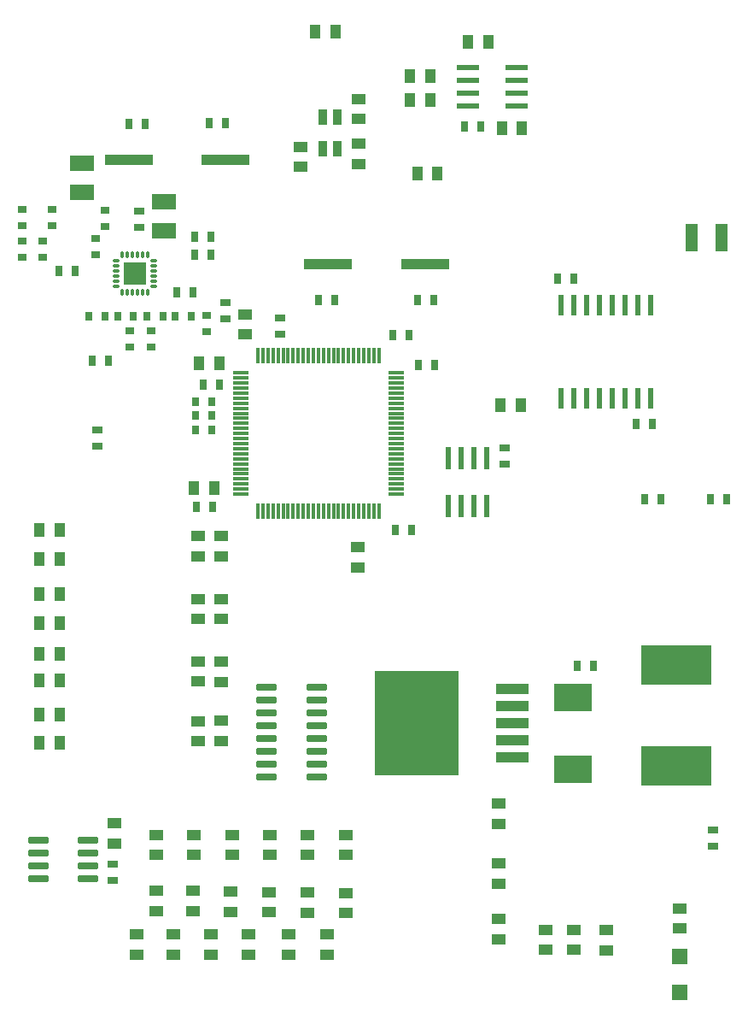
<source format=gtp>
G04*
G04 #@! TF.GenerationSoftware,Altium Limited,Altium Designer,20.0.13 (296)*
G04*
G04 Layer_Color=8421504*
%FSLAX44Y44*%
%MOMM*%
G71*
G01*
G75*
%ADD20R,4.8000X1.1000*%
%ADD21R,0.8000X1.0000*%
%ADD22R,1.4000X1.0000*%
G04:AMPARAMS|DCode=23|XSize=1.97mm|YSize=0.6mm|CornerRadius=0.075mm|HoleSize=0mm|Usage=FLASHONLY|Rotation=0.000|XOffset=0mm|YOffset=0mm|HoleType=Round|Shape=RoundedRectangle|*
%AMROUNDEDRECTD23*
21,1,1.9700,0.4500,0,0,0.0*
21,1,1.8200,0.6000,0,0,0.0*
1,1,0.1500,0.9100,-0.2250*
1,1,0.1500,-0.9100,-0.2250*
1,1,0.1500,-0.9100,0.2250*
1,1,0.1500,0.9100,0.2250*
%
%ADD23ROUNDEDRECTD23*%
%ADD24R,1.0000X0.8000*%
%ADD25R,1.0000X1.4000*%
%ADD26R,2.2000X0.6000*%
%ADD27R,0.7000X0.9000*%
%ADD28R,0.9000X0.7000*%
%ADD29R,2.4000X1.5000*%
G04:AMPARAMS|DCode=30|XSize=0.28mm|YSize=0.69mm|CornerRadius=0.07mm|HoleSize=0mm|Usage=FLASHONLY|Rotation=180.000|XOffset=0mm|YOffset=0mm|HoleType=Round|Shape=RoundedRectangle|*
%AMROUNDEDRECTD30*
21,1,0.2800,0.5500,0,0,180.0*
21,1,0.1400,0.6900,0,0,180.0*
1,1,0.1400,-0.0700,0.2750*
1,1,0.1400,0.0700,0.2750*
1,1,0.1400,0.0700,-0.2750*
1,1,0.1400,-0.0700,-0.2750*
%
%ADD30ROUNDEDRECTD30*%
G04:AMPARAMS|DCode=31|XSize=0.28mm|YSize=0.69mm|CornerRadius=0.07mm|HoleSize=0mm|Usage=FLASHONLY|Rotation=270.000|XOffset=0mm|YOffset=0mm|HoleType=Round|Shape=RoundedRectangle|*
%AMROUNDEDRECTD31*
21,1,0.2800,0.5500,0,0,270.0*
21,1,0.1400,0.6900,0,0,270.0*
1,1,0.1400,-0.2750,-0.0700*
1,1,0.1400,-0.2750,0.0700*
1,1,0.1400,0.2750,0.0700*
1,1,0.1400,0.2750,-0.0700*
%
%ADD31ROUNDEDRECTD31*%
%ADD32R,2.2860X2.2860*%
%ADD33R,0.6000X2.2000*%
%ADD34R,0.9000X1.5000*%
%ADD35R,1.1500X2.7000*%
%ADD36R,3.2000X1.0500*%
%ADD37R,8.3000X10.4500*%
%ADD38R,3.8100X2.7940*%
%ADD39R,7.0000X4.0000*%
%ADD40R,1.5000X1.5000*%
%ADD41R,0.6000X2.0600*%
G04:AMPARAMS|DCode=42|XSize=1.56mm|YSize=0.28mm|CornerRadius=0.035mm|HoleSize=0mm|Usage=FLASHONLY|Rotation=270.000|XOffset=0mm|YOffset=0mm|HoleType=Round|Shape=RoundedRectangle|*
%AMROUNDEDRECTD42*
21,1,1.5600,0.2100,0,0,270.0*
21,1,1.4900,0.2800,0,0,270.0*
1,1,0.0700,-0.1050,-0.7450*
1,1,0.0700,-0.1050,0.7450*
1,1,0.0700,0.1050,0.7450*
1,1,0.0700,0.1050,-0.7450*
%
%ADD42ROUNDEDRECTD42*%
G04:AMPARAMS|DCode=43|XSize=1.56mm|YSize=0.28mm|CornerRadius=0.035mm|HoleSize=0mm|Usage=FLASHONLY|Rotation=0.000|XOffset=0mm|YOffset=0mm|HoleType=Round|Shape=RoundedRectangle|*
%AMROUNDEDRECTD43*
21,1,1.5600,0.2100,0,0,0.0*
21,1,1.4900,0.2800,0,0,0.0*
1,1,0.0700,0.7450,-0.1050*
1,1,0.0700,-0.7450,-0.1050*
1,1,0.0700,-0.7450,0.1050*
1,1,0.0700,0.7450,0.1050*
%
%ADD43ROUNDEDRECTD43*%
D20*
X518750Y810750D02*
D03*
X422750D02*
D03*
X225000Y913500D02*
D03*
X321000D02*
D03*
D21*
X188500Y715000D02*
D03*
X204500D02*
D03*
X292000Y569750D02*
D03*
X308000D02*
D03*
X320500Y950000D02*
D03*
X304500D02*
D03*
X225000Y949750D02*
D03*
X241000D02*
D03*
X817750Y577988D02*
D03*
X801750D02*
D03*
X669500Y413000D02*
D03*
X685500D02*
D03*
X736750Y578000D02*
D03*
X752750D02*
D03*
X728250Y652250D02*
D03*
X744250D02*
D03*
X574000Y947000D02*
D03*
X558000D02*
D03*
X666500Y795750D02*
D03*
X650500D02*
D03*
X290250Y820000D02*
D03*
X306250D02*
D03*
X290500Y837750D02*
D03*
X306500D02*
D03*
X273000Y783000D02*
D03*
X289000D02*
D03*
X503000Y740250D02*
D03*
X487000D02*
D03*
X512000Y711000D02*
D03*
X528000D02*
D03*
X489250Y547250D02*
D03*
X505250D02*
D03*
X314500Y691250D02*
D03*
X298500D02*
D03*
X511750Y774750D02*
D03*
X527750D02*
D03*
X429500D02*
D03*
X413500D02*
D03*
X155750Y803750D02*
D03*
X171750D02*
D03*
D22*
X340500Y741000D02*
D03*
Y761000D02*
D03*
X422000Y126500D02*
D03*
Y146500D02*
D03*
X383250Y126500D02*
D03*
Y146500D02*
D03*
X440500Y167750D02*
D03*
Y187750D02*
D03*
X402250Y168250D02*
D03*
Y188250D02*
D03*
X343500Y126500D02*
D03*
Y146500D02*
D03*
X363750Y168500D02*
D03*
Y188500D02*
D03*
X306250Y126500D02*
D03*
Y146500D02*
D03*
X325750Y168750D02*
D03*
Y188750D02*
D03*
X269250Y126500D02*
D03*
Y146500D02*
D03*
X252000Y170000D02*
D03*
Y190000D02*
D03*
X288750Y170000D02*
D03*
Y190000D02*
D03*
X233000Y126500D02*
D03*
Y146500D02*
D03*
X592000Y142000D02*
D03*
Y162000D02*
D03*
Y197000D02*
D03*
Y217000D02*
D03*
X211000Y236750D02*
D03*
Y256750D02*
D03*
X440000Y245250D02*
D03*
Y225250D02*
D03*
X402450Y245250D02*
D03*
Y225250D02*
D03*
X364900Y245250D02*
D03*
Y225250D02*
D03*
X327350Y245250D02*
D03*
Y225250D02*
D03*
X289800Y245250D02*
D03*
Y225250D02*
D03*
X252250Y245250D02*
D03*
Y225250D02*
D03*
X638000Y151250D02*
D03*
Y131250D02*
D03*
X666500Y151250D02*
D03*
Y131250D02*
D03*
X698500Y151000D02*
D03*
Y131000D02*
D03*
X592000Y276000D02*
D03*
Y256000D02*
D03*
X293750Y541000D02*
D03*
Y521000D02*
D03*
X316750Y521250D02*
D03*
Y541250D02*
D03*
X293750Y478750D02*
D03*
Y458750D02*
D03*
X316750Y458750D02*
D03*
Y478750D02*
D03*
X293750Y417000D02*
D03*
Y397000D02*
D03*
X316750Y396750D02*
D03*
Y416750D02*
D03*
X293750Y357750D02*
D03*
Y337750D02*
D03*
X316750Y338000D02*
D03*
Y358000D02*
D03*
X451750Y510000D02*
D03*
Y530000D02*
D03*
X771500Y152250D02*
D03*
Y172250D02*
D03*
X395750Y926750D02*
D03*
Y906750D02*
D03*
X453250Y929750D02*
D03*
Y909750D02*
D03*
Y954250D02*
D03*
Y974250D02*
D03*
D23*
X135250Y240050D02*
D03*
Y227350D02*
D03*
Y214650D02*
D03*
Y201950D02*
D03*
X184750D02*
D03*
Y214650D02*
D03*
Y227350D02*
D03*
Y240050D02*
D03*
X411250Y391200D02*
D03*
Y378500D02*
D03*
Y365800D02*
D03*
Y353100D02*
D03*
Y340400D02*
D03*
Y327700D02*
D03*
Y315000D02*
D03*
Y302300D02*
D03*
X361750D02*
D03*
Y315000D02*
D03*
Y327700D02*
D03*
Y340400D02*
D03*
Y353100D02*
D03*
Y365800D02*
D03*
Y378500D02*
D03*
Y391200D02*
D03*
D24*
X209000Y199750D02*
D03*
Y215750D02*
D03*
X320500Y772250D02*
D03*
Y756250D02*
D03*
X804000Y234000D02*
D03*
Y250000D02*
D03*
X193500Y646000D02*
D03*
Y630000D02*
D03*
X597500Y628250D02*
D03*
Y612250D02*
D03*
X375000Y741250D02*
D03*
Y757250D02*
D03*
X235750Y863250D02*
D03*
Y847250D02*
D03*
D25*
X136250Y364500D02*
D03*
X156250D02*
D03*
X136250Y424250D02*
D03*
X156250D02*
D03*
X156250Y455250D02*
D03*
X136250D02*
D03*
X136250Y483500D02*
D03*
X156250D02*
D03*
X156250Y518500D02*
D03*
X136250D02*
D03*
X136250Y547500D02*
D03*
X156250D02*
D03*
X531000Y900500D02*
D03*
X511000D02*
D03*
X136250Y398000D02*
D03*
X156250D02*
D03*
X136250Y336500D02*
D03*
X156250D02*
D03*
X595000Y945000D02*
D03*
X615000D02*
D03*
X294750Y712000D02*
D03*
X314750D02*
D03*
X309750Y589000D02*
D03*
X289750D02*
D03*
X504000Y996500D02*
D03*
X524000D02*
D03*
X504000Y973000D02*
D03*
X524000D02*
D03*
X430000Y1041000D02*
D03*
X410000D02*
D03*
X561250Y1030500D02*
D03*
X581250D02*
D03*
X613500Y671000D02*
D03*
X593500D02*
D03*
D26*
X609500Y967200D02*
D03*
Y979900D02*
D03*
Y992600D02*
D03*
Y1005300D02*
D03*
X561500Y967200D02*
D03*
Y979900D02*
D03*
Y992600D02*
D03*
Y1005300D02*
D03*
D27*
X307000Y674250D02*
D03*
X291000D02*
D03*
X307000Y646000D02*
D03*
X291000D02*
D03*
X307000Y660250D02*
D03*
X291000D02*
D03*
X229750Y758750D02*
D03*
X213750D02*
D03*
X185500D02*
D03*
X201500D02*
D03*
X287250D02*
D03*
X271250D02*
D03*
X243000D02*
D03*
X259000D02*
D03*
D28*
X201750Y864000D02*
D03*
Y848000D02*
D03*
X302250Y760000D02*
D03*
Y744000D02*
D03*
X192500Y836000D02*
D03*
Y820000D02*
D03*
X149000Y864750D02*
D03*
Y848750D02*
D03*
X139250Y833000D02*
D03*
Y817000D02*
D03*
X119750Y848750D02*
D03*
Y864750D02*
D03*
X119500Y817000D02*
D03*
Y833000D02*
D03*
X247250Y728250D02*
D03*
Y744250D02*
D03*
X225750Y728250D02*
D03*
Y744250D02*
D03*
D29*
X178500Y910250D02*
D03*
Y881250D02*
D03*
X260000Y872500D02*
D03*
Y843500D02*
D03*
D30*
X218500Y782300D02*
D03*
X223500D02*
D03*
X243500D02*
D03*
X238500D02*
D03*
X228500D02*
D03*
X233500D02*
D03*
Y820200D02*
D03*
X228500D02*
D03*
X238500D02*
D03*
X243500D02*
D03*
X223500D02*
D03*
X218500D02*
D03*
D31*
X212050Y788750D02*
D03*
Y793750D02*
D03*
Y813750D02*
D03*
Y808750D02*
D03*
Y798750D02*
D03*
Y803750D02*
D03*
X249950Y788750D02*
D03*
Y793750D02*
D03*
Y813750D02*
D03*
Y808750D02*
D03*
Y798750D02*
D03*
Y803750D02*
D03*
D32*
X231000Y801250D02*
D03*
D33*
X541700Y570750D02*
D03*
X554400D02*
D03*
X567100D02*
D03*
X579800D02*
D03*
X541700Y618750D02*
D03*
X554400D02*
D03*
X567100D02*
D03*
X579800D02*
D03*
D34*
X417750Y925000D02*
D03*
X431750D02*
D03*
Y956000D02*
D03*
X417750D02*
D03*
D35*
X783000Y836500D02*
D03*
X813000D02*
D03*
D36*
X605250Y322000D02*
D03*
Y339000D02*
D03*
Y356000D02*
D03*
Y373000D02*
D03*
Y390000D02*
D03*
D37*
X510750Y356000D02*
D03*
D38*
X665750Y309815D02*
D03*
Y381185D02*
D03*
D39*
X767500Y413250D02*
D03*
Y313250D02*
D03*
D40*
X771500Y124500D02*
D03*
Y89500D02*
D03*
D41*
X653800Y770150D02*
D03*
X666500D02*
D03*
X679200D02*
D03*
X691900D02*
D03*
X704600D02*
D03*
X717300D02*
D03*
X730000D02*
D03*
X742700D02*
D03*
Y677350D02*
D03*
X730000D02*
D03*
X717300D02*
D03*
X704600D02*
D03*
X691900D02*
D03*
X679200D02*
D03*
X666500D02*
D03*
X653800D02*
D03*
D42*
X473000Y565950D02*
D03*
X468000D02*
D03*
X463000D02*
D03*
X458000D02*
D03*
X453000D02*
D03*
X448000D02*
D03*
X443000D02*
D03*
X438000D02*
D03*
X433000D02*
D03*
X428000D02*
D03*
X423000D02*
D03*
X418000D02*
D03*
X413000D02*
D03*
X408000D02*
D03*
X403000D02*
D03*
X398000D02*
D03*
X393000D02*
D03*
X388000D02*
D03*
X383000D02*
D03*
X378000D02*
D03*
X373000D02*
D03*
X368000D02*
D03*
X363000D02*
D03*
X358000D02*
D03*
X353000D02*
D03*
Y719550D02*
D03*
X358000D02*
D03*
X363000D02*
D03*
X368000D02*
D03*
X373000D02*
D03*
X378000D02*
D03*
X383000D02*
D03*
X388000D02*
D03*
X393000D02*
D03*
X398000D02*
D03*
X403000D02*
D03*
X408000D02*
D03*
X413000D02*
D03*
X418000D02*
D03*
X423000D02*
D03*
X428000D02*
D03*
X433000D02*
D03*
X438000D02*
D03*
X443000D02*
D03*
X448000D02*
D03*
X453000D02*
D03*
X458000D02*
D03*
X463000D02*
D03*
X468000D02*
D03*
X473000D02*
D03*
D43*
X489800Y702750D02*
D03*
Y697750D02*
D03*
Y692750D02*
D03*
Y687750D02*
D03*
Y682750D02*
D03*
Y677750D02*
D03*
Y672750D02*
D03*
Y667750D02*
D03*
Y662750D02*
D03*
Y657750D02*
D03*
Y652750D02*
D03*
Y647750D02*
D03*
Y642750D02*
D03*
Y637750D02*
D03*
Y632750D02*
D03*
Y627750D02*
D03*
Y622750D02*
D03*
Y617750D02*
D03*
Y612750D02*
D03*
Y607750D02*
D03*
Y602750D02*
D03*
Y597750D02*
D03*
Y592750D02*
D03*
Y587750D02*
D03*
Y582750D02*
D03*
X336200D02*
D03*
Y587750D02*
D03*
Y592750D02*
D03*
Y597750D02*
D03*
Y602750D02*
D03*
Y607750D02*
D03*
Y612750D02*
D03*
Y617750D02*
D03*
Y622750D02*
D03*
Y627750D02*
D03*
Y632750D02*
D03*
Y637750D02*
D03*
Y642750D02*
D03*
Y647750D02*
D03*
Y652750D02*
D03*
Y657750D02*
D03*
Y662750D02*
D03*
Y667750D02*
D03*
Y672750D02*
D03*
Y677750D02*
D03*
Y682750D02*
D03*
Y687750D02*
D03*
Y692750D02*
D03*
Y697750D02*
D03*
Y702750D02*
D03*
M02*

</source>
